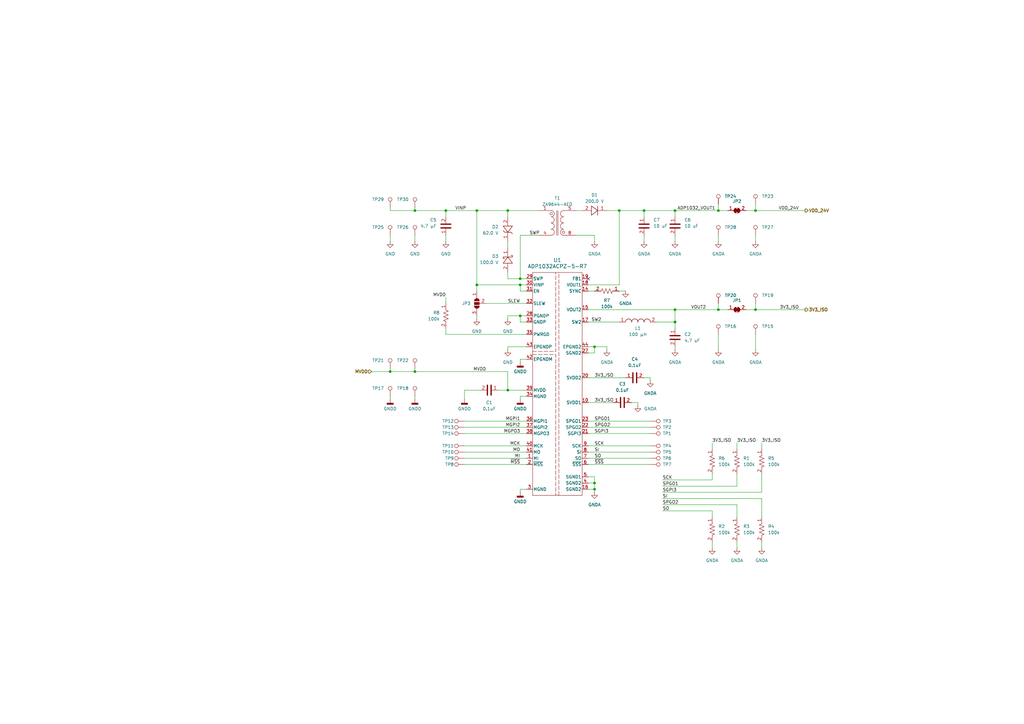
<source format=kicad_sch>
(kicad_sch (version 20231120) (generator "eeschema") (generator_version "8.0")
  (paper "A3")
  (junction (at 170.18 86.36))
  (junction (at 213.36 129.54))
  (junction (at 276.86 132.08))
  (junction (at 254 86.36))
  (junction (at 276.86 127))
  (junction (at 195.58 86.36))
  (junction (at 195.58 116.84))
  (junction (at 276.86 86.36))
  (junction (at 213.36 116.84))
  (junction (at 160.02 152.4))
  (junction (at 208.28 160.02))
  (junction (at 309.88 86.36))
  (junction (at 208.28 86.36))
  (junction (at 243.84 142.24))
  (junction (at 243.84 200.66))
  (junction (at 294.64 127))
  (junction (at 294.64 86.36))
  (junction (at 170.18 152.4))
  (junction (at 182.88 86.36))
  (junction (at 213.36 114.3))
  (junction (at 309.88 127))
  (junction (at 243.84 198.12))
  (junction (at 264.16 86.36))
  (no_connect (at 241.3 114.3))
  (wire (pts (xy 190.5 172.72) (xy 215.9 172.72)))
  (wire (pts (xy 292.1 209.55) (xy 271.78 209.55)))
  (wire (pts (xy 264.16 86.36) (xy 276.86 86.36)))
  (wire (pts (xy 213.36 116.84) (xy 215.9 116.84)))
  (wire (pts (xy 195.58 116.84) (xy 195.58 119.38)))
  (wire (pts (xy 195.58 116.84) (xy 213.36 116.84)))
  (wire (pts (xy 241.3 172.72) (xy 266.7 172.72)))
  (wire (pts (xy 170.18 86.36) (xy 182.88 86.36)))
  (wire (pts (xy 160.02 152.4) (xy 170.18 152.4)))
  (wire (pts (xy 182.88 88.9) (xy 182.88 86.36)))
  (wire (pts (xy 208.28 130.81) (xy 208.28 129.54)))
  (wire (pts (xy 160.02 162.56) (xy 160.02 163.83)))
  (wire (pts (xy 241.3 175.26) (xy 266.7 175.26)))
  (wire (pts (xy 292.1 212.09) (xy 292.1 209.55)))
  (wire (pts (xy 269.24 132.08) (xy 276.86 132.08)))
  (wire (pts (xy 170.18 162.56) (xy 170.18 163.83)))
  (wire (pts (xy 208.28 86.36) (xy 208.28 88.9)))
  (wire (pts (xy 254 116.84) (xy 241.3 116.84)))
  (wire (pts (xy 215.9 119.38) (xy 213.36 119.38)))
  (wire (pts (xy 241.3 185.42) (xy 266.7 185.42)))
  (wire (pts (xy 292.1 181.61) (xy 292.1 184.15)))
  (wire (pts (xy 241.3 154.94) (xy 256.54 154.94)))
  (wire (pts (xy 309.88 96.52) (xy 309.88 99.06)))
  (wire (pts (xy 264.16 96.52) (xy 264.16 99.06)))
  (wire (pts (xy 243.84 201.93) (xy 243.84 200.66)))
  (wire (pts (xy 241.3 165.1) (xy 251.46 165.1)))
  (wire (pts (xy 294.64 124.46) (xy 294.64 127)))
  (wire (pts (xy 241.3 119.38) (xy 243.84 119.38)))
  (wire (pts (xy 312.42 181.61) (xy 312.42 184.15)))
  (wire (pts (xy 292.1 222.25) (xy 292.1 224.79)))
  (wire (pts (xy 243.84 142.24) (xy 243.84 144.78)))
  (wire (pts (xy 190.5 187.96) (xy 215.9 187.96)))
  (wire (pts (xy 276.86 127) (xy 294.64 127)))
  (wire (pts (xy 259.08 165.1) (xy 261.62 165.1)))
  (wire (pts (xy 309.88 83.82) (xy 309.88 86.36)))
  (wire (pts (xy 241.3 142.24) (xy 243.84 142.24)))
  (wire (pts (xy 199.39 124.46) (xy 215.9 124.46)))
  (wire (pts (xy 204.47 160.02) (xy 208.28 160.02)))
  (wire (pts (xy 190.5 163.83) (xy 190.5 160.02)))
  (wire (pts (xy 294.64 83.82) (xy 294.64 86.36)))
  (wire (pts (xy 190.5 177.8) (xy 215.9 177.8)))
  (wire (pts (xy 248.92 142.24) (xy 243.84 142.24)))
  (wire (pts (xy 152.4 152.4) (xy 160.02 152.4)))
  (wire (pts (xy 312.42 222.25) (xy 312.42 224.79)))
  (wire (pts (xy 294.64 96.52) (xy 294.64 99.06)))
  (wire (pts (xy 195.58 86.36) (xy 195.58 116.84)))
  (wire (pts (xy 213.36 129.54) (xy 215.9 129.54)))
  (wire (pts (xy 241.3 198.12) (xy 243.84 198.12)))
  (wire (pts (xy 160.02 85.09) (xy 160.02 86.36)))
  (wire (pts (xy 190.5 175.26) (xy 215.9 175.26)))
  (wire (pts (xy 241.3 195.58) (xy 243.84 195.58)))
  (wire (pts (xy 190.5 182.88) (xy 215.9 182.88)))
  (wire (pts (xy 213.36 200.66) (xy 215.9 200.66)))
  (wire (pts (xy 182.88 121.92) (xy 182.88 124.46)))
  (wire (pts (xy 213.36 163.83) (xy 213.36 162.56)))
  (wire (pts (xy 213.36 147.32) (xy 215.9 147.32)))
  (wire (pts (xy 208.28 114.3) (xy 213.36 114.3)))
  (wire (pts (xy 236.22 86.36) (xy 238.76 86.36)))
  (wire (pts (xy 243.84 200.66) (xy 241.3 200.66)))
  (wire (pts (xy 309.88 124.46) (xy 309.88 127)))
  (wire (pts (xy 276.86 132.08) (xy 276.86 134.62)))
  (wire (pts (xy 213.36 132.08) (xy 215.9 132.08)))
  (wire (pts (xy 213.36 119.38) (xy 213.36 116.84)))
  (wire (pts (xy 254 86.36) (xy 254 116.84)))
  (wire (pts (xy 243.84 195.58) (xy 243.84 198.12)))
  (wire (pts (xy 294.64 137.16) (xy 294.64 143.51)))
  (wire (pts (xy 243.84 144.78) (xy 241.3 144.78)))
  (wire (pts (xy 213.36 148.59) (xy 213.36 147.32)))
  (wire (pts (xy 254 119.38) (xy 256.54 119.38)))
  (wire (pts (xy 266.7 154.94) (xy 266.7 156.21)))
  (wire (pts (xy 170.18 96.52) (xy 170.18 99.06)))
  (wire (pts (xy 215.9 142.24) (xy 208.28 142.24)))
  (wire (pts (xy 306.07 86.36) (xy 309.88 86.36)))
  (wire (pts (xy 276.86 86.36) (xy 294.64 86.36)))
  (wire (pts (xy 213.36 96.52) (xy 213.36 114.3)))
  (wire (pts (xy 160.02 151.13) (xy 160.02 152.4)))
  (wire (pts (xy 208.28 152.4) (xy 208.28 160.02)))
  (wire (pts (xy 292.1 196.85) (xy 271.78 196.85)))
  (wire (pts (xy 312.42 204.47) (xy 312.42 212.09)))
  (wire (pts (xy 182.88 137.16) (xy 215.9 137.16)))
  (wire (pts (xy 302.26 181.61) (xy 302.26 184.15)))
  (wire (pts (xy 220.98 86.36) (xy 208.28 86.36)))
  (wire (pts (xy 312.42 201.93) (xy 271.78 201.93)))
  (wire (pts (xy 170.18 85.09) (xy 170.18 86.36)))
  (wire (pts (xy 276.86 96.52) (xy 276.86 99.06)))
  (wire (pts (xy 213.36 96.52) (xy 220.98 96.52)))
  (wire (pts (xy 236.22 96.52) (xy 243.84 96.52)))
  (wire (pts (xy 294.64 86.36) (xy 298.45 86.36)))
  (wire (pts (xy 160.02 96.52) (xy 160.02 99.06)))
  (wire (pts (xy 248.92 86.36) (xy 254 86.36)))
  (wire (pts (xy 294.64 127) (xy 298.45 127)))
  (wire (pts (xy 170.18 151.13) (xy 170.18 152.4)))
  (wire (pts (xy 182.88 86.36) (xy 195.58 86.36)))
  (wire (pts (xy 248.92 143.51) (xy 248.92 142.24)))
  (wire (pts (xy 195.58 129.54) (xy 195.58 130.81)))
  (wire (pts (xy 276.86 88.9) (xy 276.86 86.36)))
  (wire (pts (xy 213.36 114.3) (xy 215.9 114.3)))
  (wire (pts (xy 312.42 204.47) (xy 271.78 204.47)))
  (wire (pts (xy 190.5 185.42) (xy 215.9 185.42)))
  (wire (pts (xy 306.07 127) (xy 309.88 127)))
  (wire (pts (xy 241.3 190.5) (xy 266.7 190.5)))
  (wire (pts (xy 208.28 160.02) (xy 215.9 160.02)))
  (wire (pts (xy 170.18 152.4) (xy 208.28 152.4)))
  (wire (pts (xy 190.5 160.02) (xy 196.85 160.02)))
  (wire (pts (xy 264.16 154.94) (xy 266.7 154.94)))
  (wire (pts (xy 309.88 86.36) (xy 330.2 86.36)))
  (wire (pts (xy 302.26 207.01) (xy 271.78 207.01)))
  (wire (pts (xy 241.3 177.8) (xy 266.7 177.8)))
  (wire (pts (xy 261.62 166.37) (xy 261.62 165.1)))
  (wire (pts (xy 302.26 199.39) (xy 271.78 199.39)))
  (wire (pts (xy 312.42 194.31) (xy 312.42 201.93)))
  (wire (pts (xy 241.3 182.88) (xy 266.7 182.88)))
  (wire (pts (xy 208.28 142.24) (xy 208.28 143.51)))
  (wire (pts (xy 276.86 127) (xy 276.86 132.08)))
  (wire (pts (xy 208.28 129.54) (xy 213.36 129.54)))
  (wire (pts (xy 208.28 111.76) (xy 208.28 114.3)))
  (wire (pts (xy 241.3 127) (xy 276.86 127)))
  (wire (pts (xy 302.26 222.25) (xy 302.26 224.79)))
  (wire (pts (xy 243.84 198.12) (xy 243.84 200.66)))
  (wire (pts (xy 195.58 86.36) (xy 208.28 86.36)))
  (wire (pts (xy 208.28 99.06) (xy 208.28 101.6)))
  (wire (pts (xy 264.16 88.9) (xy 264.16 86.36)))
  (wire (pts (xy 276.86 142.24) (xy 276.86 143.51)))
  (wire (pts (xy 309.88 127) (xy 330.2 127)))
  (wire (pts (xy 213.36 201.93) (xy 213.36 200.66)))
  (wire (pts (xy 213.36 162.56) (xy 215.9 162.56)))
  (wire (pts (xy 302.26 194.31) (xy 302.26 199.39)))
  (wire (pts (xy 190.5 190.5) (xy 215.9 190.5)))
  (wire (pts (xy 243.84 99.06) (xy 243.84 96.52)))
  (wire (pts (xy 292.1 194.31) (xy 292.1 196.85)))
  (wire (pts (xy 254 86.36) (xy 264.16 86.36)))
  (wire (pts (xy 160.02 86.36) (xy 170.18 86.36)))
  (wire (pts (xy 182.88 96.52) (xy 182.88 99.06)))
  (wire (pts (xy 182.88 137.16) (xy 182.88 134.62)))
  (wire (pts (xy 309.88 137.16) (xy 309.88 143.51)))
  (wire (pts (xy 241.3 132.08) (xy 254 132.08)))
  (wire (pts (xy 302.26 207.01) (xy 302.26 212.09)))
  (wire (pts (xy 213.36 129.54) (xy 213.36 132.08)))
  (wire (pts (xy 241.3 187.96) (xy 266.7 187.96)))
  (label "VOUT2" (at 289.56 127 180))
  (label "SW2" (at 242.57 132.08 0))
  (label "SI" (at 271.78 204.47 0))
  (label "3V3_ISO" (at 243.84 165.1 0))
  (label "SCK" (at 243.84 182.88 0))
  (label "3V3_ISO" (at 292.1 181.61 0))
  (label "MGPI1" (at 213.36 172.72 180))
  (label "3V3_ISO" (at 243.84 154.94 0))
  (label "SPGO1" (at 271.78 199.39 0))
  (label "SO" (at 243.84 187.96 0))
  (label "SI" (at 243.84 185.42 0))
  (label "ADP1032_VOUT1" (at 293.37 86.36 180))
  (label "MGPI2" (at 213.36 175.26 180))
  (label "MGPO3" (at 213.36 177.8 180))
  (label "VINP" (at 186.69 86.36 0))
  (label "VDD_24V" (at 327.66 86.36 180))
  (label "MVDD" (at 182.88 121.92 180))
  (label "~{MSS}" (at 213.36 190.5 180))
  (label "SLEW" (at 213.36 124.46 180))
  (label "MI" (at 213.36 187.96 180))
  (label "SWP" (at 217.17 96.52 0))
  (label "SCK" (at 271.78 196.85 0))
  (label "3V3_ISO" (at 312.42 181.61 0))
  (label "SGPI3" (at 271.78 201.93 0))
  (label "MVDD" (at 199.39 152.4 180))
  (label "~{SSS}" (at 243.84 190.5 0))
  (label "SGPI3" (at 243.84 177.8 0))
  (label "MCK" (at 213.36 182.88 180))
  (label "MO" (at 213.36 185.42 180))
  (label "SO" (at 271.78 209.55 0))
  (label "SPGO2" (at 271.78 207.01 0))
  (label "SPGO2" (at 243.84 175.26 0))
  (label "3V3_ISO" (at 327.66 127 180))
  (label "3V3_ISO" (at 302.26 181.61 0))
  (label "SPGO1" (at 243.84 172.72 0))
  (hierarchical_label "3V3_ISO" (shape output) (at 330.2 127 0) (effects (font (thickness 0.254) (bold yes))))
  (hierarchical_label "VDD_24V" (shape output) (at 330.2 86.36 0) (effects (font (thickness 0.254) (bold yes))))
  (hierarchical_label "MVDD" (shape input) (at 152.4 152.4 180) (effects (font (thickness 0.254) (bold yes))))
  (symbol (lib_id "UNITED_TEST_POINTS:TestPoint_Castelated") (at 309.88 124.46 0) (unit 1)
    (property "Reference" "TP19" (at 312.42 121.1579 0) (effects (justify left)))
    (property "Value" "TestPoint" (effects (hide yes)))
    (property "Footprint" "test_point_footprints:TestPoint_THTPad_Castelated" (effects (hide yes)))
    (property "Description" "test point" (effects (hide yes)))
  )
  (symbol (lib_id "power:GND") (at 170.18 99.06 0) (unit 1)
    (property "Reference" "#PWR03" (effects (hide yes)))
    (property "Value" "GND" (at 170.18 104.14 0))
    (property "Description" "Power symbol creates a global label with name \"GND\" , ground" (effects (hide yes)))
  )
  (symbol (lib_id "power:GNDA") (at 243.84 201.93 0) (unit 1)
    (property "Reference" "#PWR014" (effects (hide yes)))
    (property "Value" "GNDA" (at 243.84 207.01 0))
    (property "Description" "Power symbol creates a global label with name \"GNDA\" , analog ground" (effects (hide yes)))
  )
  (symbol (lib_id "UNITED_TEST_POINTS:TestPoint_Castelated") (at 266.7 177.8 270) (unit 1)
    (property "Reference" "TP1" (at 271.78 177.7999 90) (effects (justify left)))
    (property "Value" "TestPoint" (effects (hide yes)))
    (property "Footprint" "test_point_footprints:TestPoint_THTPad_Castelated" (effects (hide yes)))
    (property "Description" "test point" (effects (hide yes)))
  )
  (symbol (lib_id "power:GNDD") (at 170.18 163.83 0) (unit 1)
    (property "Reference" "#PWR04" (effects (hide yes)))
    (property "Value" "GNDD" (at 170.18 167.64 0))
    (property "Description" "Power symbol creates a global label with name \"GNDD\" , digital ground" (effects (hide yes)))
  )
  (symbol (lib_id "power:GNDA") (at 309.88 143.51 0) (unit 1)
    (property "Reference" "#PWR027" (effects (hide yes)))
    (property "Value" "GNDA" (at 309.88 148.59 0))
    (property "Description" "Power symbol creates a global label with name \"GNDA\" , analog ground" (effects (hide yes)))
  )
  (symbol (lib_id "power:GNDA") (at 256.54 119.38 0) (unit 1)
    (property "Reference" "#PWR016" (effects (hide yes)))
    (property "Value" "GNDA" (at 256.54 124.46 0))
    (property "Description" "Power symbol creates a global label with name \"GNDA\" , analog ground" (effects (hide yes)))
  )
  (symbol (lib_id "UNITED_TEST_POINTS:TestPoint_Castelated") (at 190.5 187.96 90) (mirror x) (unit 1)
    (property "Reference" "TP9" (at 186.182 187.96 90) (effects (justify left)))
    (property "Value" "TestPoint" (effects (hide yes)))
    (property "Footprint" "test_point_footprints:TestPoint_THTPad_Castelated" (effects (hide yes)))
    (property "Description" "test point" (effects (hide yes)))
  )
  (symbol (lib_id "UNITED_TEST_POINTS:TestPoint") (at 160.02 151.13 0) (unit 1)
    (property "Reference" "TP21" (at 157.48 147.8279 0) (effects (justify right)))
    (property "Value" "TestPoint" (effects (hide yes)))
    (property "Footprint" "test_point_footprints:TestPoint_THTPad_2.0x2.0mm_Drill1.0mm" (effects (hide yes)))
    (property "Description" "test point" (effects (hide yes)))
  )
  (symbol (lib_id "power:GNDA") (at 276.86 99.06 0) (unit 1)
    (property "Reference" "#PWR020" (effects (hide yes)))
    (property "Value" "GNDA" (at 276.86 104.14 0))
    (property "Description" "Power symbol creates a global label with name \"GNDA\" , analog ground" (effects (hide yes)))
  )
  (symbol (lib_id "UNITED_DIODES_DATA_BASE:D_MMSZ5265BT1G") (at 208.28 93.98 90) (mirror x) (unit 1)
    (property "Reference" "D2" (at 204.47 93.0274 90) (effects (justify left)))
    (property "Value" "62.0 V" (at 204.47 95.5674 90) (effects (justify left)))
    (property "Footprint" "diode_footprints:SOD_123" (effects (hide yes)))
    (property "Datasheet" "https://www.onsemi.com/download/data-sheet/pdf/mmsz5221bt1-d.pdf" (effects (hide yes)))
    (property "Description" "DIODE SMD 62.0 V" (effects (hide yes)))
    (property "Diode Type" "Zener" (effects (hide yes)))
    (property "MPN" "MMSZ5265BT1G" (effects (hide yes)))
    (property "Manufacturer" "Onsemi" (effects (hide yes)))
    (property "Maximum DC Current (A)" "0.5" (effects (hide yes)))
    (property "Series" "MMSZ52" (effects (hide yes)))
    (property "Symbol Name" "D_MMSZ5265BT1G" (effects (hide yes)))
    (property "Trustedparts Search" "https://www.trustedparts.com/en/search/MMSZ5265BT1G" (effects (hide yes)))
  )
  (symbol (lib_id "power:GNDD") (at 213.36 201.93 0) (unit 1)
    (property "Reference" "#PWR012" (effects (hide yes)))
    (property "Value" "GNDD" (at 213.36 205.74 0))
    (property "Description" "Power symbol creates a global label with name \"GNDD\" , digital ground" (effects (hide yes)))
  )
  (symbol (lib_id "UNITED_TEST_POINTS:TestPoint") (at 294.64 124.46 0) (unit 1)
    (property "Reference" "TP20" (at 297.18 121.1579 0) (effects (justify left)))
    (property "Value" "TestPoint" (effects (hide yes)))
    (property "Footprint" "test_point_footprints:TestPoint_THTPad_2.0x2.0mm_Drill1.0mm" (effects (hide yes)))
    (property "Description" "test point" (effects (hide yes)))
  )
  (symbol (lib_id "UNITED_TEST_POINTS:TestPoint") (at 160.02 162.56 0) (mirror y) (unit 1)
    (property "Reference" "TP17" (at 157.48 159.2579 0) (effects (justify left)))
    (property "Value" "TestPoint" (effects (hide yes)))
    (property "Footprint" "test_point_footprints:TestPoint_THTPad_2.0x2.0mm_Drill1.0mm" (effects (hide yes)))
    (property "Description" "test point" (effects (hide yes)))
  )
  (symbol (lib_id "power:GNDA") (at 248.92 143.51 0) (unit 1)
    (property "Reference" "#PWR015" (effects (hide yes)))
    (property "Value" "GNDA" (at 248.92 148.59 0))
    (property "Description" "Power symbol creates a global label with name \"GNDA\" , analog ground" (effects (hide yes)))
  )
  (symbol (lib_id "UNITED_CAPACITORS_DATA_BASE:C_GCM155R71H104KE02D") (at 255.27 165.1 0) (mirror x) (unit 1)
    (property "Reference" "C3" (at 255.27 157.48 0))
    (property "Value" "0.1uF" (at 255.27 160.02 0))
    (property "Footprint" "capacitor_footprints:C_0402_1005Metric" (effects (hide yes)))
    (property "Datasheet" "https://search.murata.co.jp/Ceramy/image/img/A01X/G101/ENG/GCM155R71H104KE02-01.pdf" (effects (hide yes)))
    (property "Description" "CAP SMD 100 nF X7R 10% 0402 50V" (effects (hide yes)))
    (property "MPN" "GCM155R71H104KE02D" (effects (hide yes)))
    (property "Voltage Rating DC" "50 VDC " (effects (hide yes)))
    (property "Tolerance" "10%" (effects (hide yes)))
    (property "Symbol Name" "C_GCM155R71H104KE02D" (effects (hide yes)))
    (property "Manufacturer" "Murata Electronics" (effects (hide yes)))
    (property "Case Code - in" "0402" (effects (hide yes)))
    (property "Case Code - mm" "1005" (effects (hide yes)))
    (property "Dielectric" "X7R" (effects (hide yes)))
    (property "Series" "GCM155" (effects (hide yes)))
    (property "Trustedparts Search" "https://www.trustedparts.com/en/search/GCM155R71H104KE02D" (effects (hide yes)))
    (property "Voltage Rating" "50V" (effects (hide yes)))
  )
  (symbol (lib_id "UNITED_DIODES_DATA_BASE:D_US1DWF") (at 243.84 86.36 0) (unit 1)
    (property "Reference" "D1" (at 243.84 80.01 0))
    (property "Value" "200.0 V" (at 243.84 82.55 0))
    (property "Footprint" "diode_footprints:SOD_123F" (effects (hide yes)))
    (property "Datasheet" "https://www.diodes.com/assets/Datasheets/US1DWF.pdf" (effects (hide yes)))
    (property "Description" "DIODE SMD 200.0 V" (effects (hide yes)))
    (property "Diode Type" "Rectifier" (effects (hide yes)))
    (property "MPN" "US1DWF" (effects (hide yes)))
    (property "Manufacturer" "Diodes Incorporated" (effects (hide yes)))
    (property "Maximum DC Current (A)" "1.0" (effects (hide yes)))
    (property "Series" "US1DWF" (effects (hide yes)))
    (property "Symbol Name" "D_US1DWF" (effects (hide yes)))
    (property "Trustedparts Search" "https://www.trustedparts.com/en/search/US1DWF" (effects (hide yes)))
  )
  (symbol (lib_id "UNITED_TEST_POINTS:TestPoint_Castelated") (at 266.7 175.26 270) (unit 1)
    (property "Reference" "TP2" (at 271.78 175.2599 90) (effects (justify left)))
    (property "Value" "TestPoint" (effects (hide yes)))
    (property "Footprint" "test_point_footprints:TestPoint_THTPad_Castelated" (effects (hide yes)))
    (property "Description" "test point" (effects (hide yes)))
  )
  (symbol (lib_id "UNITED_TEST_POINTS:TestPoint_Castelated") (at 309.88 83.82 0) (unit 1)
    (property "Reference" "TP23" (at 312.42 80.5179 0) (effects (justify left)))
    (property "Value" "TestPoint" (effects (hide yes)))
    (property "Footprint" "test_point_footprints:TestPoint_THTPad_Castelated" (effects (hide yes)))
    (property "Description" "test point" (effects (hide yes)))
  )
  (symbol (lib_id "UNITED_TEST_POINTS:TestPoint") (at 294.64 96.52 0) (unit 1)
    (property "Reference" "TP28" (at 297.18 93.2179 0) (effects (justify left)))
    (property "Value" "TestPoint" (effects (hide yes)))
    (property "Footprint" "test_point_footprints:TestPoint_THTPad_2.0x2.0mm_Drill1.0mm" (effects (hide yes)))
    (property "Description" "test point" (effects (hide yes)))
  )
  (symbol (lib_id "UNITED_TEST_POINTS:TestPoint_Castelated") (at 309.88 137.16 0) (unit 1)
    (property "Reference" "TP15" (at 312.42 133.8579 0) (effects (justify left)))
    (property "Value" "TestPoint" (effects (hide yes)))
    (property "Footprint" "test_point_footprints:TestPoint_THTPad_Castelated" (effects (hide yes)))
    (property "Description" "test point" (effects (hide yes)))
  )
  (symbol (lib_id "UNITED_TEST_POINTS:TestPoint_Castelated") (at 190.5 185.42 90) (mirror x) (unit 1)
    (property "Reference" "TP10" (at 186.182 185.42 90) (effects (justify left)))
    (property "Value" "TestPoint" (effects (hide yes)))
    (property "Footprint" "test_point_footprints:TestPoint_THTPad_Castelated" (effects (hide yes)))
    (property "Description" "test point" (effects (hide yes)))
  )
  (symbol (lib_id "UNITED_TEST_POINTS:TestPoint_Castelated") (at 170.18 85.09 0) (unit 1)
    (property "Reference" "TP30" (at 167.64 81.7879 0) (effects (justify right)))
    (property "Value" "TestPoint" (effects (hide yes)))
    (property "Footprint" "test_point_footprints:TestPoint_THTPad_Castelated" (effects (hide yes)))
    (property "Description" "test point" (effects (hide yes)))
  )
  (symbol (lib_id "UNITED_CAPACITORS_DATA_BASE:C_GCM155R71H104KE02D") (at 200.66 160.02 180) (unit 1)
    (property "Reference" "C1" (at 200.66 165.1 0))
    (property "Value" "0.1uF" (at 200.66 167.64 0))
    (property "Footprint" "capacitor_footprints:C_0402_1005Metric" (effects (hide yes)))
    (property "Datasheet" "https://search.murata.co.jp/Ceramy/image/img/A01X/G101/ENG/GCM155R71H104KE02-01.pdf" (effects (hide yes)))
    (property "Description" "CAP SMD 100 nF X7R 10% 0402 50V" (effects (hide yes)))
    (property "MPN" "GCM155R71H104KE02D" (effects (hide yes)))
    (property "Voltage Rating DC" "50 VDC " (effects (hide yes)))
    (property "Tolerance" "10%" (effects (hide yes)))
    (property "Symbol Name" "C_GCM155R71H104KE02D" (effects (hide yes)))
    (property "Manufacturer" "Murata Electronics" (effects (hide yes)))
    (property "Case Code - in" "0402" (effects (hide yes)))
    (property "Case Code - mm" "1005" (effects (hide yes)))
    (property "Dielectric" "X7R" (effects (hide yes)))
    (property "Series" "GCM155" (effects (hide yes)))
    (property "Trustedparts Search" "https://www.trustedparts.com/en/search/GCM155R71H104KE02D" (effects (hide yes)))
    (property "Voltage Rating" "50V" (effects (hide yes)))
  )
  (symbol (lib_id "power:GND") (at 208.28 143.51 0) (unit 1)
    (property "Reference" "#PWR09" (effects (hide yes)))
    (property "Value" "GND" (at 208.28 148.59 0))
    (property "Description" "Power symbol creates a global label with name \"GND\" , ground" (effects (hide yes)))
  )
  (symbol (lib_id "UNITED_TEST_POINTS:TestPoint_Castelated") (at 170.18 151.13 0) (mirror y) (unit 1)
    (property "Reference" "TP22" (at 167.64 147.8279 0) (effects (justify left)))
    (property "Value" "TestPoint" (effects (hide yes)))
    (property "Footprint" "test_point_footprints:TestPoint_THTPad_Castelated" (effects (hide yes)))
    (property "Description" "test point" (effects (hide yes)))
  )
  (symbol (lib_id "UNITED_SOLDER_JUMPERS:SolderJumper_2_Bridged") (at 302.26 86.36 0) (unit 1)
    (property "Reference" "JP2" (at 302.26 82.55 0))
    (property "Value" "SolderJumper_2_Bridged" (effects (hide yes)))
    (property "Footprint" "solder_jumper_footprints:SolderJumper-2_P1.3mm_Bridged_RoundedPad1.0x1.5mm" (effects (hide yes)))
    (property "Description" "Solder Jumper, 2-pole, closed/bridged" (effects (hide yes)))
  )
  (symbol (lib_id "UNITED_RESISTORS_DATA_BASE:R_ERJ-2GEJ104X") (at 248.92 119.38 180) (unit 1)
    (property "Reference" "R7" (at 248.92 123.19 0))
    (property "Value" "100k" (at 248.92 125.73 0))
    (property "Footprint" "resistor_footprints:R_0402_1005Metric" (effects (hide yes)))
    (property "Datasheet" "https://industrial.panasonic.com/cdbs/www-data/pdf/RDA0000/AOA0000C301.pdf" (effects (hide yes)))
    (property "Description" "RES SMD 100 kΩ 5% 0402 50V" (effects (hide yes)))
    (property "MPN" "ERJ-2GEJ104X" (effects (hide yes)))
    (property "Voltage Rating" "50V" (effects (hide yes)))
    (property "Manufacturer" "Panasonic" (effects (hide yes)))
    (property "Tolerance" "5%" (effects (hide yes)))
    (property "Symbol Name" "R_ERJ-2GEJ104X" (effects (hide yes)))
    (property "Case Code - in" "0402" (effects (hide yes)))
    (property "Case Code - mm" "1005" (effects (hide yes)))
    (property "Series" "ERJ-2GE" (effects (hide yes)))
    (property "Trustedparts Search" "https://www.trustedparts.com/en/search/ERJ-2GEJ104X" (effects (hide yes)))
  )
  (symbol (lib_id "power:GNDA") (at 261.62 166.37 0) (unit 1)
    (property "Reference" "#PWR017" (effects (hide yes)))
    (property "Value" "GNDA" (at 264.16 167.6399 0) (effects (justify left)))
    (property "Description" "Power symbol creates a global label with name \"GNDA\" , analog ground" (effects (hide yes)))
  )
  (symbol (lib_id "power:GNDA") (at 294.64 143.51 0) (unit 1)
    (property "Reference" "#PWR024" (effects (hide yes)))
    (property "Value" "GNDA" (at 294.64 148.59 0))
    (property "Description" "Power symbol creates a global label with name \"GNDA\" , analog ground" (effects (hide yes)))
  )
  (symbol (lib_id "UNITED_RESISTORS_DATA_BASE:R_ERJ-2GEJ104X") (at 312.42 217.17 90) (mirror x) (unit 1)
    (property "Reference" "R4" (at 314.96 215.8999 90) (effects (justify right)))
    (property "Value" "100k" (at 314.96 218.4399 90) (effects (justify right)))
    (property "Footprint" "resistor_footprints:R_0402_1005Metric" (effects (hide yes)))
    (property "Datasheet" "https://industrial.panasonic.com/cdbs/www-data/pdf/RDA0000/AOA0000C301.pdf" (effects (hide yes)))
    (property "Description" "RES SMD 100 kΩ 5% 0402 50V" (effects (hide yes)))
    (property "MPN" "ERJ-2GEJ104X" (effects (hide yes)))
    (property "Voltage Rating" "50V" (effects (hide yes)))
    (property "Manufacturer" "Panasonic" (effects (hide yes)))
    (property "Tolerance" "5%" (effects (hide yes)))
    (property "Symbol Name" "R_ERJ-2GEJ104X" (effects (hide yes)))
    (property "Case Code - in" "0402" (effects (hide yes)))
    (property "Case Code - mm" "1005" (effects (hide yes)))
    (property "Series" "ERJ-2GE" (effects (hide yes)))
    (property "Trustedparts Search" "https://www.trustedparts.com/en/search/ERJ-2GEJ104X" (effects (hide yes)))
  )
  (symbol (lib_id "UNITED_RESISTORS_DATA_BASE:R_ERJ-2GEJ104X") (at 302.26 217.17 90) (mirror x) (unit 1)
    (property "Reference" "R3" (at 304.8 215.8999 90) (effects (justify right)))
    (property "Value" "100k" (at 304.8 218.4399 90) (effects (justify right)))
    (property "Footprint" "resistor_footprints:R_0402_1005Metric" (effects (hide yes)))
    (property "Datasheet" "https://industrial.panasonic.com/cdbs/www-data/pdf/RDA0000/AOA0000C301.pdf" (effects (hide yes)))
    (property "Description" "RES SMD 100 kΩ 5% 0402 50V" (effects (hide yes)))
    (property "MPN" "ERJ-2GEJ104X" (effects (hide yes)))
    (property "Voltage Rating" "50V" (effects (hide yes)))
    (property "Manufacturer" "Panasonic" (effects (hide yes)))
    (property "Tolerance" "5%" (effects (hide yes)))
    (property "Symbol Name" "R_ERJ-2GEJ104X" (effects (hide yes)))
    (property "Case Code - in" "0402" (effects (hide yes)))
    (property "Case Code - mm" "1005" (effects (hide yes)))
    (property "Series" "ERJ-2GE" (effects (hide yes)))
    (property "Trustedparts Search" "https://www.trustedparts.com/en/search/ERJ-2GEJ104X" (effects (hide yes)))
  )
  (symbol (lib_id "UNITED_DIODES_DATA_BASE:D_DFLS1200-7") (at 208.28 106.68 90) (unit 1)
    (property "Reference" "D3" (at 204.47 105.0924 90) (effects (justify left)))
    (property "Value" "100.0 V" (at 204.47 107.6324 90) (effects (justify left)))
    (property "Footprint" "diode_footprints:PowerDI_123" (effects (hide yes)))
    (property "Datasheet" "https://www.diodes.com/datasheet/download/DFLS1200.pdf" (effects (hide yes)))
    (property "Description" "DIODE SMD 100.0 V" (effects (hide yes)))
    (property "Diode Type" "Schottky" (effects (hide yes)))
    (property "MPN" "DFLS1200-7" (effects (hide yes)))
    (property "Manufacturer" "Diodes Incorporated" (effects (hide yes)))
    (property "Maximum DC Current (A)" "1.2" (effects (hide yes)))
    (property "Series" "DFLS1200-7" (effects (hide yes)))
    (property "Symbol Name" "D_DFLS1200-7" (effects (hide yes)))
    (property "Trustedparts Search" "https://www.trustedparts.com/en/search/DFLS1200-7" (effects (hide yes)))
  )
  (symbol (lib_id "UNITED_RESISTORS_DATA_BASE:R_ERJ-2GEJ104X") (at 312.42 189.23 90) (mirror x) (unit 1)
    (property "Reference" "R5" (at 314.96 187.9599 90) (effects (justify right)))
    (property "Value" "100k" (at 314.96 190.4999 90) (effects (justify right)))
    (property "Footprint" "resistor_footprints:R_0402_1005Metric" (effects (hide yes)))
    (property "Datasheet" "https://industrial.panasonic.com/cdbs/www-data/pdf/RDA0000/AOA0000C301.pdf" (effects (hide yes)))
    (property "Description" "RES SMD 100 kΩ 5% 0402 50V" (effects (hide yes)))
    (property "MPN" "ERJ-2GEJ104X" (effects (hide yes)))
    (property "Voltage Rating" "50V" (effects (hide yes)))
    (property "Manufacturer" "Panasonic" (effects (hide yes)))
    (property "Tolerance" "5%" (effects (hide yes)))
    (property "Symbol Name" "R_ERJ-2GEJ104X" (effects (hide yes)))
    (property "Case Code - in" "0402" (effects (hide yes)))
    (property "Case Code - mm" "1005" (effects (hide yes)))
    (property "Series" "ERJ-2GE" (effects (hide yes)))
    (property "Trustedparts Search" "https://www.trustedparts.com/en/search/ERJ-2GEJ104X" (effects (hide yes)))
  )
  (symbol (lib_id "UNITED_TEST_POINTS:TestPoint") (at 160.02 85.09 0) (unit 1)
    (property "Reference" "TP29" (at 157.48 81.7879 0) (effects (justify right)))
    (property "Value" "TestPoint" (effects (hide yes)))
    (property "Footprint" "test_point_footprints:TestPoint_THTPad_2.0x2.0mm_Drill1.0mm" (effects (hide yes)))
    (property "Description" "test point" (effects (hide yes)))
  )
  (symbol (lib_id "UNITED_TEST_POINTS:TestPoint_Castelated") (at 170.18 162.56 0) (mirror y) (unit 1)
    (property "Reference" "TP18" (at 167.64 159.2579 0) (effects (justify left)))
    (property "Value" "TestPoint" (effects (hide yes)))
    (property "Footprint" "test_point_footprints:TestPoint_THTPad_Castelated" (effects (hide yes)))
    (property "Description" "test point" (effects (hide yes)))
  )
  (symbol (lib_id "UNITED_CAPACITORS_DATA_BASE:C_GCM155R71H104KE02D") (at 260.35 154.94 0) (unit 1)
    (property "Reference" "C4" (at 260.35 147.32 0))
    (property "Value" "0.1uF" (at 260.35 149.86 0))
    (property "Footprint" "capacitor_footprints:C_0402_1005Metric" (effects (hide yes)))
    (property "Datasheet" "https://search.murata.co.jp/Ceramy/image/img/A01X/G101/ENG/GCM155R71H104KE02-01.pdf" (effects (hide yes)))
    (property "Description" "CAP SMD 100 nF X7R 10% 0402 50V" (effects (hide yes)))
    (property "MPN" "GCM155R71H104KE02D" (effects (hide yes)))
    (property "Voltage Rating DC" "50 VDC " (effects (hide yes)))
    (property "Tolerance" "10%" (effects (hide yes)))
    (property "Symbol Name" "C_GCM155R71H104KE02D" (effects (hide yes)))
    (property "Manufacturer" "Murata Electronics" (effects (hide yes)))
    (property "Case Code - in" "0402" (effects (hide yes)))
    (property "Case Code - mm" "1005" (effects (hide yes)))
    (property "Dielectric" "X7R" (effects (hide yes)))
    (property "Series" "GCM155" (effects (hide yes)))
    (property "Trustedparts Search" "https://www.trustedparts.com/en/search/GCM155R71H104KE02D" (effects (hide yes)))
    (property "Voltage Rating" "50V" (effects (hide yes)))
  )
  (symbol (lib_id "power:GNDA") (at 302.26 224.79 0) (mirror y) (unit 1)
    (property "Reference" "#PWR025" (effects (hide yes)))
    (property "Value" "GNDA" (at 302.26 229.87 0))
    (property "Description" "Power symbol creates a global label with name \"GNDA\" , analog ground" (effects (hide yes)))
  )
  (symbol (lib_id "UNITED_RESISTORS_DATA_BASE:R_ERJ-2GEJ104X") (at 292.1 189.23 90) (mirror x) (unit 1)
    (property "Reference" "R6" (at 294.64 187.9599 90) (effects (justify right)))
    (property "Value" "100k" (at 294.64 190.4999 90) (effects (justify right)))
    (property "Footprint" "resistor_footprints:R_0402_1005Metric" (effects (hide yes)))
    (property "Datasheet" "https://industrial.panasonic.com/cdbs/www-data/pdf/RDA0000/AOA0000C301.pdf" (effects (hide yes)))
    (property "Description" "RES SMD 100 kΩ 5% 0402 50V" (effects (hide yes)))
    (property "MPN" "ERJ-2GEJ104X" (effects (hide yes)))
    (property "Voltage Rating" "50V" (effects (hide yes)))
    (property "Manufacturer" "Panasonic" (effects (hide yes)))
    (property "Tolerance" "5%" (effects (hide yes)))
    (property "Symbol Name" "R_ERJ-2GEJ104X" (effects (hide yes)))
    (property "Case Code - in" "0402" (effects (hide yes)))
    (property "Case Code - mm" "1005" (effects (hide yes)))
    (property "Series" "ERJ-2GE" (effects (hide yes)))
    (property "Trustedparts Search" "https://www.trustedparts.com/en/search/ERJ-2GEJ104X" (effects (hide yes)))
  )
  (symbol (lib_id "UNITED_RESISTORS_DATA_BASE:R_ERJ-2GEJ104X") (at 292.1 217.17 90) (mirror x) (unit 1)
    (property "Reference" "R2" (at 294.64 215.8999 90) (effects (justify right)))
    (property "Value" "100k" (at 294.64 218.4399 90) (effects (justify right)))
    (property "Footprint" "resistor_footprints:R_0402_1005Metric" (effects (hide yes)))
    (property "Datasheet" "https://industrial.panasonic.com/cdbs/www-data/pdf/RDA0000/AOA0000C301.pdf" (effects (hide yes)))
    (property "Description" "RES SMD 100 kΩ 5% 0402 50V" (effects (hide yes)))
    (property "MPN" "ERJ-2GEJ104X" (effects (hide yes)))
    (property "Voltage Rating" "50V" (effects (hide yes)))
    (property "Manufacturer" "Panasonic" (effects (hide yes)))
    (property "Tolerance" "5%" (effects (hide yes)))
    (property "Symbol Name" "R_ERJ-2GEJ104X" (effects (hide yes)))
    (property "Case Code - in" "0402" (effects (hide yes)))
    (property "Case Code - mm" "1005" (effects (hide yes)))
    (property "Series" "ERJ-2GE" (effects (hide yes)))
    (property "Trustedparts Search" "https://www.trustedparts.com/en/search/ERJ-2GEJ104X" (effects (hide yes)))
  )
  (symbol (lib_id "power:GND") (at 182.88 99.06 0) (unit 1)
    (property "Reference" "#PWR05" (effects (hide yes)))
    (property "Value" "GND" (at 182.88 104.14 0))
    (property "Description" "Power symbol creates a global label with name \"GND\" , ground" (effects (hide yes)))
  )
  (symbol (lib_id "UNITED_TEST_POINTS:TestPoint_Castelated") (at 190.5 177.8 90) (mirror x) (unit 1)
    (property "Reference" "TP14" (at 186.182 177.8 90) (effects (justify left)))
    (property "Value" "TestPoint" (effects (hide yes)))
    (property "Footprint" "test_point_footprints:TestPoint_THTPad_Castelated" (effects (hide yes)))
    (property "Description" "test point" (effects (hide yes)))
  )
  (symbol (lib_id "UNITED_TEST_POINTS:TestPoint_Castelated") (at 266.7 187.96 270) (unit 1)
    (property "Reference" "TP6" (at 271.78 187.9599 90) (effects (justify left)))
    (property "Value" "TestPoint" (effects (hide yes)))
    (property "Footprint" "test_point_footprints:TestPoint_THTPad_Castelated" (effects (hide yes)))
    (property "Description" "test point" (effects (hide yes)))
  )
  (symbol (lib_id "UNITED_TEST_POINTS:TestPoint_Castelated") (at 190.5 172.72 90) (mirror x) (unit 1)
    (property "Reference" "TP12" (at 186.182 172.72 90) (effects (justify left)))
    (property "Value" "TestPoint" (effects (hide yes)))
    (property "Footprint" "test_point_footprints:TestPoint_THTPad_Castelated" (effects (hide yes)))
    (property "Description" "test point" (effects (hide yes)))
  )
  (symbol (lib_id "UNITED_TEST_POINTS:TestPoint_Castelated") (at 266.7 182.88 270) (unit 1)
    (property "Reference" "TP4" (at 271.78 182.8799 90) (effects (justify left)))
    (property "Value" "TestPoint" (effects (hide yes)))
    (property "Footprint" "test_point_footprints:TestPoint_THTPad_Castelated" (effects (hide yes)))
    (property "Description" "test point" (effects (hide yes)))
  )
  (symbol (lib_id "UNITED_RESISTORS_DATA_BASE:R_ERJ-2GEJ104X") (at 302.26 189.23 90) (mirror x) (unit 1)
    (property "Reference" "R1" (at 304.8 187.9599 90) (effects (justify right)))
    (property "Value" "100k" (at 304.8 190.4999 90) (effects (justify right)))
    (property "Footprint" "resistor_footprints:R_0402_1005Metric" (effects (hide yes)))
    (property "Datasheet" "https://industrial.panasonic.com/cdbs/www-data/pdf/RDA0000/AOA0000C301.pdf" (effects (hide yes)))
    (property "Description" "RES SMD 100 kΩ 5% 0402 50V" (effects (hide yes)))
    (property "MPN" "ERJ-2GEJ104X" (effects (hide yes)))
    (property "Voltage Rating" "50V" (effects (hide yes)))
    (property "Manufacturer" "Panasonic" (effects (hide yes)))
    (property "Tolerance" "5%" (effects (hide yes)))
    (property "Symbol Name" "R_ERJ-2GEJ104X" (effects (hide yes)))
    (property "Case Code - in" "0402" (effects (hide yes)))
    (property "Case Code - mm" "1005" (effects (hide yes)))
    (property "Series" "ERJ-2GE" (effects (hide yes)))
    (property "Trustedparts Search" "https://www.trustedparts.com/en/search/ERJ-2GEJ104X" (effects (hide yes)))
  )
  (symbol (lib_id "power:GND") (at 208.28 130.81 0) (unit 1)
    (property "Reference" "#PWR08" (effects (hide yes)))
    (property "Value" "GND" (at 208.28 135.89 0))
    (property "Description" "Power symbol creates a global label with name \"GND\" , ground" (effects (hide yes)))
  )
  (symbol (lib_id "power:GNDA") (at 266.7 156.21 0) (unit 1)
    (property "Reference" "#PWR019" (effects (hide yes)))
    (property "Value" "GNDA" (at 266.7 161.29 0))
    (property "Description" "Power symbol creates a global label with name \"GNDA\" , analog ground" (effects (hide yes)))
  )
  (symbol (lib_id "UNITED_CAPACITORS_DATA_BASE:C_CL31B106KBHNNN#") (at 264.16 92.71 270) (unit 1)
    (property "Reference" "C7" (at 267.97 90.1699 90) (effects (justify left)))
    (property "Value" "10 uF" (at 267.97 92.7099 90) (effects (justify left)))
    (property "Footprint" "capacitor_footprints:C_1206_3216Metric" (effects (hide yes)))
    (property "Datasheet" "https://weblib.samsungsem.com/mlcc/mlcc-ec-data-sheet.do?partNumber=CL31B106KBHNNN#" (effects (hide yes)))
    (property "Description" "CAP SMD 10 µF X7R 10% 1206 50V" (effects (hide yes)))
    (property "MPN" "CL31B106KBHNNN#" (effects (hide yes)))
    (property "Voltage Rating DC" "50 VDC " (effects (hide yes)))
    (property "Tolerance" "10%" (effects (hide yes)))
    (property "Symbol Name" "C_CL31B106KBHNNN#" (effects (hide yes)))
    (property "Manufacturer" "Samsung Electro-Mechanics" (effects (hide yes)))
    (property "Case Code - in" "1206" (effects (hide yes)))
    (property "Case Code - mm" "3216" (effects (hide yes)))
    (property "Dielectric" "X7R" (effects (hide yes)))
    (property "Series" "CL31" (effects (hide yes)))
    (property "Trustedparts Search" "https://www.trustedparts.com/en/search/CL31/CL31B106KBHNNN#" (effects (hide yes)))
    (property "Voltage Rating" "50V" (effects (hide yes)))
  )
  (symbol (lib_id "UNITED_TEST_POINTS:TestPoint") (at 294.64 137.16 0) (unit 1)
    (property "Reference" "TP16" (at 297.18 133.8579 0) (effects (justify left)))
    (property "Value" "TestPoint" (effects (hide yes)))
    (property "Footprint" "test_point_footprints:TestPoint_THTPad_2.0x2.0mm_Drill1.0mm" (effects (hide yes)))
    (property "Description" "test point" (effects (hide yes)))
  )
  (symbol (lib_id "power:GND") (at 160.02 99.06 0) (unit 1)
    (property "Reference" "#PWR01" (effects (hide yes)))
    (property "Value" "GND" (at 160.02 104.14 0))
    (property "Description" "Power symbol creates a global label with name \"GND\" , ground" (effects (hide yes)))
  )
  (symbol (lib_id "power:GNDA") (at 294.64 99.06 0) (unit 1)
    (property "Reference" "#PWR023" (effects (hide yes)))
    (property "Value" "GNDA" (at 294.64 104.14 0))
    (property "Description" "Power symbol creates a global label with name \"GNDA\" , analog ground" (effects (hide yes)))
  )
  (symbol (lib_id "power:GNDA") (at 309.88 99.06 0) (unit 1)
    (property "Reference" "#PWR026" (effects (hide yes)))
    (property "Value" "GNDA" (at 309.88 104.14 0))
    (property "Description" "Power symbol creates a global label with name \"GNDA\" , analog ground" (effects (hide yes)))
  )
  (symbol (lib_id "power:GNDD") (at 160.02 163.83 0) (unit 1)
    (property "Reference" "#PWR02" (effects (hide yes)))
    (property "Value" "GNDD" (at 160.02 167.64 0))
    (property "Description" "Power symbol creates a global label with name \"GNDD\" , digital ground" (effects (hide yes)))
  )
  (symbol (lib_id "UNITED_TEST_POINTS:TestPoint_Castelated") (at 266.7 172.72 270) (unit 1)
    (property "Reference" "TP3" (at 271.78 172.7199 90) (effects (justify left)))
    (property "Value" "TestPoint" (effects (hide yes)))
    (property "Footprint" "test_point_footprints:TestPoint_THTPad_Castelated" (effects (hide yes)))
    (property "Description" "test point" (effects (hide yes)))
  )
  (symbol (lib_id "UNITED_SOLDER_JUMPERS:SolderJumper_2_Bridged") (at 302.26 127 0) (unit 1)
    (property "Reference" "JP1" (at 302.26 123.19 0))
    (property "Value" "SolderJumper_2_Bridged" (effects (hide yes)))
    (property "Footprint" "solder_jumper_footprints:SolderJumper-2_P1.3mm_Bridged_RoundedPad1.0x1.5mm" (effects (hide yes)))
    (property "Description" "Solder Jumper, 2-pole, closed/bridged" (effects (hide yes)))
  )
  (symbol (lib_id "power:GNDA") (at 276.86 143.51 0) (unit 1)
    (property "Reference" "#PWR021" (effects (hide yes)))
    (property "Value" "GNDA" (at 276.86 148.59 0))
    (property "Description" "Power symbol creates a global label with name \"GNDA\" , analog ground" (effects (hide yes)))
  )
  (symbol (lib_id "power:GNDD") (at 213.36 163.83 0) (unit 1)
    (property "Reference" "#PWR011" (effects (hide yes)))
    (property "Value" "GNDD" (at 213.36 167.64 0))
    (property "Description" "Power symbol creates a global label with name \"GNDD\" , digital ground" (effects (hide yes)))
  )
  (symbol (lib_id "UNITED_TEST_POINTS:TestPoint") (at 294.64 83.82 0) (unit 1)
    (property "Reference" "TP24" (at 297.18 80.5179 0) (effects (justify left)))
    (property "Value" "TestPoint" (effects (hide yes)))
    (property "Footprint" "test_point_footprints:TestPoint_THTPad_2.0x2.0mm_Drill1.0mm" (effects (hide yes)))
    (property "Description" "test point" (effects (hide yes)))
  )
  (symbol (lib_id "UNITED_TRANSFORMERS_DATA_BASE:T_ZA9644-AED") (at 228.6 91.44 0) (unit 1)
    (property "Reference" "T1" (at 228.6 81.28 0))
    (property "Value" "ZA9644-AED" (at 228.6 83.82 0))
    (property "Footprint" "transformer_footprints:ZA9644" (effects (hide yes)))
    (property "Datasheet" "https://www.coilcraft.com/getmedia/cc4df0c9-0883-48fa-b8fb-d5dedac2b455/za9384.pdf" (effects (hide yes)))
    (property "Description" "POWER TRANSFORMER SMD 470 µH ±10% AEC-Q200" (effects (hide yes)))
    (property "MPN" "ZA9644-AED" (effects (hide yes)))
    (property "Manufacturer" "Coilcraft" (effects (hide yes)))
    (property "Maximum DC Current (A)" "0.5" (effects (hide yes)))
    (property "Maximum DC Resistance (Ω)" "1.800" (effects (hide yes)))
    (property "Series" "ZA9644" (effects (hide yes)))
    (property "Symbol Name" "T_ZA9644-AED" (effects (hide yes)))
    (property "Tolerance" "±10%" (effects (hide yes)))
    (property "Trustedparts Search" "https://www.trustedparts.com/en/search/ZA9644-AED" (effects (hide yes)))
  )
  (symbol (lib_id "UNITED_INDUCTORS_DATA_BASE:L_XFL3012-104ME") (at 261.62 132.08 0) (unit 1)
    (property "Reference" "L1" (at 261.62 134.62 0))
    (property "Value" "100 µH" (at 261.62 137.16 0))
    (property "Footprint" "inductor_footprints:XFL3012" (effects (hide yes)))
    (property "Datasheet" "https://www.coilcraft.com/getmedia/f76a3c9b-4fff-4397-8028-ef8e043eb200/xfl3012.pdf" (effects (hide yes)))
    (property "Description" "INDUCTOR SMD 100 µH ±20%" (effects (hide yes)))
    (property "MPN" "XFL3012-104ME" (effects (hide yes)))
    (property "Manufacturer" "Coilcraft" (effects (hide yes)))
    (property "Maximum DC Current (A)" "0.4" (effects (hide yes)))
    (property "Maximum DC Resistance (Ω)" "3.000" (effects (hide yes)))
    (property "Series" "XFL3012" (effects (hide yes)))
    (property "Symbol Name" "L_XFL3012-104ME" (effects (hide yes)))
    (property "Tolerance" "±20%" (effects (hide yes)))
    (property "Trustedparts Search" "https://www.trustedparts.com/en/search/XFL3012-104ME" (effects (hide yes)))
  )
  (symbol (lib_id "UNITED_CAPACITORS_DATA_BASE:C_CL31B106KBHNNN#") (at 276.86 92.71 270) (unit 1)
    (property "Reference" "C6" (at 280.67 90.1699 90) (effects (justify left)))
    (property "Value" "10 uF" (at 280.67 92.7099 90) (effects (justify left)))
    (property "Footprint" "capacitor_footprints:C_1206_3216Metric" (effects (hide yes)))
    (property "Datasheet" "https://weblib.samsungsem.com/mlcc/mlcc-ec-data-sheet.do?partNumber=CL31B106KBHNNN#" (effects (hide yes)))
    (property "Description" "CAP SMD 10 µF X7R 10% 1206 50V" (effects (hide yes)))
    (property "MPN" "CL31B106KBHNNN#" (effects (hide yes)))
    (property "Voltage Rating DC" "50 VDC " (effects (hide yes)))
    (property "Tolerance" "10%" (effects (hide yes)))
    (property "Symbol Name" "C_CL31B106KBHNNN#" (effects (hide yes)))
    (property "Manufacturer" "Samsung Electro-Mechanics" (effects (hide yes)))
    (property "Case Code - in" "1206" (effects (hide yes)))
    (property "Case Code - mm" "3216" (effects (hide yes)))
    (property "Dielectric" "X7R" (effects (hide yes)))
    (property "Series" "CL31" (effects (hide yes)))
    (property "Trustedparts Search" "https://www.trustedparts.com/en/search/CL31/CL31B106KBHNNN#" (effects (hide yes)))
    (property "Voltage Rating" "50V" (effects (hide yes)))
  )
  (symbol (lib_id "power:GND") (at 195.58 130.81 0) (unit 1)
    (property "Reference" "#PWR07" (effects (hide yes)))
    (property "Value" "GND" (at 195.58 135.89 0))
    (property "Description" "Power symbol creates a global label with name \"GND\" , ground" (effects (hide yes)))
  )
  (symbol (lib_id "UNITED_SOLDER_JUMPERS:SolderJumper_3_Open") (at 195.58 124.46 90) (mirror x) (unit 1)
    (property "Reference" "JP3" (at 193.04 124.4599 90) (effects (justify left)))
    (property "Value" "SolderJumper_3_Open" (effects (hide yes)))
    (property "Footprint" "solder_jumper_footprints:SolderJumper-3_P1.3mm_Open_RoundedPad1.0x1.5mm_NumberLabels" (effects (hide yes)))
    (property "Description" "Solder Jumper, 3-pole, open" (effects (hide yes)))
  )
  (symbol (lib_id "UNITED_CAPACITORS_DATA_BASE:C_GCM32DC72A475KE02K") (at 182.88 92.71 270) (mirror x) (unit 1)
    (property "Reference" "C5" (at 179.07 90.1699 90) (effects (justify right)))
    (property "Value" "4.7 µF" (at 179.07 92.7099 90) (effects (justify right)))
    (property "Footprint" "capacitor_footprints:C_1210_3225Metric" (effects (hide yes)))
    (property "Datasheet" "https://search.murata.co.jp/Ceramy/image/img/A01X/G101/ENG/GCM32DC72A475KE02-01.pdf" (effects (hide yes)))
    (property "Description" "CAP SMD 4.7 µF X7S 10% 1210 100V" (effects (hide yes)))
    (property "Case Code - in" "1210" (effects (hide yes)))
    (property "Case Code - mm" "3225" (effects (hide yes)))
    (property "Dielectric" "X7S" (effects (hide yes)))
    (property "MPN" "GCM32DC72A475KE02K" (effects (hide yes)))
    (property "Manufacturer" "Murata Electronics" (effects (hide yes)))
    (property "Series" "GCM32D" (effects (hide yes)))
    (property "Symbol Name" "C_GCM32DC72A475KE02K" (effects (hide yes)))
    (property "Tolerance" "10%" (effects (hide yes)))
    (property "Trustedparts Search" "https://www.trustedparts.com/en/search/GCM32DC72A475KE02K" (effects (hide yes)))
    (property "Voltage Rating" "100V" (effects (hide yes)))
  )
  (symbol (lib_id "UNITED_TEST_POINTS:TestPoint_Castelated") (at 170.18 96.52 0) (mirror y) (unit 1)
    (property "Reference" "TP26" (at 167.64 93.2179 0) (effects (justify left)))
    (property "Value" "TestPoint" (effects (hide yes)))
    (property "Footprint" "test_point_footprints:TestPoint_THTPad_Castelated" (effects (hide yes)))
    (property "Description" "test point" (effects (hide yes)))
  )
  (symbol (lib_id "power:GNDA") (at 292.1 224.79 0) (mirror y) (unit 1)
    (property "Reference" "#PWR022" (effects (hide yes)))
    (property "Value" "GNDA" (at 292.1 229.87 0))
    (property "Description" "Power symbol creates a global label with name \"GNDA\" , analog ground" (effects (hide yes)))
  )
  (symbol (lib_id "power:GNDA") (at 264.16 99.06 0) (unit 1)
    (property "Reference" "#PWR018" (effects (hide yes)))
    (property "Value" "GNDA" (at 264.16 104.14 0))
    (property "Description" "Power symbol creates a global label with name \"GNDA\" , analog ground" (effects (hide yes)))
  )
  (symbol (lib_id "power:GNDA") (at 312.42 224.79 0) (mirror y) (unit 1)
    (property "Reference" "#PWR028" (effects (hide yes)))
    (property "Value" "GNDA" (at 312.42 229.87 0))
    (property "Description" "Power symbol creates a global label with name \"GNDA\" , analog ground" (effects (hide yes)))
  )
  (symbol (lib_id "UNITED_RESISTORS_DATA_BASE:R_ERJ-2GEJ104X") (at 182.88 129.54 270) (unit 1)
    (property "Reference" "R8" (at 180.34 128.2699 90) (effects (justify right)))
    (property "Value" "100k" (at 180.34 130.8099 90) (effects (justify right)))
    (property "Footprint" "resistor_footprints:R_0402_1005Metric" (effects (hide yes)))
    (property "Datasheet" "https://industrial.panasonic.com/cdbs/www-data/pdf/RDA0000/AOA0000C301.pdf" (effects (hide yes)))
    (property "Description" "RES SMD 100 kΩ 5% 0402 50V" (effects (hide yes)))
    (property "MPN" "ERJ-2GEJ104X" (effects (hide yes)))
    (property "Voltage Rating" "50V" (effects (hide yes)))
    (property "Manufacturer" "Panasonic" (effects (hide yes)))
    (property "Tolerance" "5%" (effects (hide yes)))
    (property "Symbol Name" "R_ERJ-2GEJ104X" (effects (hide yes)))
    (property "Case Code - in" "0402" (effects (hide yes)))
    (property "Case Code - mm" "1005" (effects (hide yes)))
    (property "Series" "ERJ-2GE" (effects (hide yes)))
    (property "Trustedparts Search" "https://www.trustedparts.com/en/search/ERJ-2GEJ104X" (effects (hide yes)))
  )
  (symbol (lib_id "power:GNDD") (at 213.36 148.59 0) (unit 1)
    (property "Reference" "#PWR010" (effects (hide yes)))
    (property "Value" "GNDD" (at 213.36 152.4 0))
    (property "Description" "Power symbol creates a global label with name \"GNDD\" , digital ground" (effects (hide yes)))
  )
  (symbol (lib_id "UNITED_CAPACITORS_DATA_BASE:C_C1608X7S1A475K080AC") (at 276.86 138.43 270) (unit 1)
    (property "Reference" "C2" (at 280.67 137.1599 90) (effects (justify left)))
    (property "Value" "4.7 uF" (at 280.67 139.6999 90) (effects (justify left)))
    (property "Footprint" "capacitor_footprints:C_0603_1608Metric" (effects (hide yes)))
    (property "Datasheet" "https://product.tdk.com/en/search/capacitor/ceramic/mlcc/info?part_no=C1608X7S1A475K080AC" (effects (hide yes)))
    (property "Description" "CAP SMD 4.7 µF X7S 10% 0603 10V" (effects (hide yes)))
    (property "MPN" "C1608X7S1A475K080AC" (effects (hide yes)))
    (property "Voltage Rating DC" "10 VDC" (effects (hide yes)))
    (property "Tolerance" "10%" (effects (hide yes)))
    (property "Symbol Name" "C_C1608X7S1A475K080AC" (effects (hide yes)))
    (property "Manufacturer" "TDK" (effects (hide yes)))
    (property "Case Code - in" "0603" (effects (hide yes)))
    (property "Case Code - mm" "1608" (effects (hide yes)))
    (property "Dielectric" "X7S" (effects (hide yes)))
    (property "Series" "C1608X7S1A" (effects (hide yes)))
    (property "Trustedparts Search" "https://www.trustedparts.com/en/search/C1608X7S1A475K080AC" (effects (hide yes)))
    (property "Voltage Rating" "10V" (effects (hide yes)))
  )
  (symbol (lib_id "power:GNDD") (at 190.5 163.83 0) (unit 1)
    (property "Reference" "#PWR06" (effects (hide yes)))
    (property "Value" "GNDD" (at 190.5 167.64 0))
    (property "Description" "Power symbol creates a global label with name \"GNDD\" , digital ground" (effects (hide yes)))
  )
  (symbol (lib_id "UNITED_TEST_POINTS:TestPoint") (at 160.02 96.52 0) (unit 1)
    (property "Reference" "TP25" (at 157.48 93.2179 0) (effects (justify right)))
    (property "Value" "TestPoint" (effects (hide yes)))
    (property "Footprint" "test_point_footprints:TestPoint_THTPad_2.0x2.0mm_Drill1.0mm" (effects (hide yes)))
    (property "Description" "test point" (effects (hide yes)))
  )
  (symbol (lib_id "UNITED_TEST_POINTS:TestPoint_Castelated") (at 190.5 190.5 90) (mirror x) (unit 1)
    (property "Reference" "TP8" (at 186.182 190.5 90) (effects (justify left)))
    (property "Value" "TestPoint" (effects (hide yes)))
    (property "Footprint" "test_point_footprints:TestPoint_THTPad_Castelated" (effects (hide yes)))
    (property "Description" "test point" (effects (hide yes)))
  )
  (symbol (lib_id "UNITED_TEST_POINTS:TestPoint_Castelated") (at 190.5 182.88 90) (mirror x) (unit 1)
    (property "Reference" "TP11" (at 186.182 182.88 90) (effects (justify left)))
    (property "Value" "TestPoint" (effects (hide yes)))
    (property "Footprint" "test_point_footprints:TestPoint_THTPad_Castelated" (effects (hide yes)))
    (property "Description" "test point" (effects (hide yes)))
  )
  (symbol (lib_id "UNITED_TEST_POINTS:TestPoint_Castelated") (at 190.5 175.26 90) (mirror x) (unit 1)
    (property "Reference" "TP13" (at 186.182 175.26 90) (effects (justify left)))
    (property "Value" "TestPoint" (effects (hide yes)))
    (property "Footprint" "test_point_footprints:TestPoint_THTPad_Castelated" (effects (hide yes)))
    (property "Description" "test point" (effects (hide yes)))
  )
  (symbol (lib_id "UNITED_TEST_POINTS:TestPoint_Castelated") (at 309.88 96.52 0) (unit 1)
    (property "Reference" "TP27" (at 312.42 93.2179 0) (effects (justify left)))
    (property "Value" "TestPoint" (effects (hide yes)))
    (property "Footprint" "test_point_footprints:TestPoint_THTPad_Castelated" (effects (hide yes)))
    (property "Description" "test point" (effects (hide yes)))
  )
  (symbol (lib_id "UNITED_TEST_POINTS:TestPoint_Castelated") (at 266.7 185.42 270) (unit 1)
    (property "Reference" "TP5" (at 271.78 185.4199 90) (effects (justify left)))
    (property "Value" "TestPoint" (effects (hide yes)))
    (property "Footprint" "test_point_footprints:TestPoint_THTPad_Castelated" (effects (hide yes)))
    (property "Description" "test point" (effects (hide yes)))
  )
  (symbol (lib_id "UNITED_TEST_POINTS:TestPoint_Castelated") (at 266.7 190.5 270) (unit 1)
    (property "Reference" "TP7" (at 271.78 190.4999 90) (effects (justify left)))
    (property "Value" "TestPoint" (effects (hide yes)))
    (property "Footprint" "test_point_footprints:TestPoint_THTPad_Castelated" (effects (hide yes)))
    (property "Description" "test point" (effects (hide yes)))
  )
  (symbol (lib_id "UNITED_IC_ADI:U_ADP1032ACPZ-5-R7") (at 228.6 160.02 0) (unit 1)
    (property "Reference" "U1" (at 228.6 106.68 0) (effects (font (size 1.524 1.524))))
    (property "Value" "ADP1032ACPZ-5-R7" (at 228.6 109.22 0) (effects (font (size 1.524 1.524))))
    (property "Footprint" "analog_devices_footprints:CP-41-1_ADI" (effects (hide yes)))
    (property "Datasheet" "https://www.analog.com/media/en/technical-documentation/data-sheets/ADP1032.pdf" (effects (hide yes)))
    (property "Description" "Two-Channel, Isolated Micropower Management Unit with Seven Digital Isolators" (effects (hide yes)))
  )
  (symbol (lib_id "power:GNDA") (at 243.84 99.06 0) (unit 1)
    (property "Reference" "#PWR013" (effects (hide yes)))
    (property "Value" "GNDA" (at 243.84 104.14 0))
    (property "Description" "Power symbol creates a global label with name \"GNDA\" , analog ground" (effects (hide yes)))
  )
)
</source>
